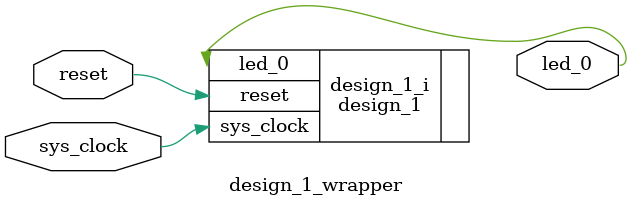
<source format=v>
`timescale 1 ps / 1 ps

module design_1_wrapper
   (led_0,
    reset,
    sys_clock);
  output led_0;
  input reset;
  input sys_clock;

  wire led_0;
  wire reset;
  wire sys_clock;

  design_1 design_1_i
       (.led_0(led_0),
        .reset(reset),
        .sys_clock(sys_clock));
endmodule

</source>
